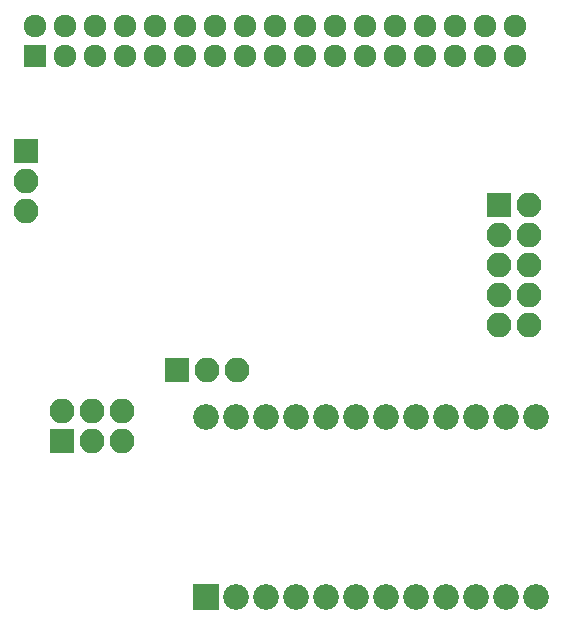
<source format=gbs>
G04 #@! TF.FileFunction,Soldermask,Bot*
%FSLAX46Y46*%
G04 Gerber Fmt 4.6, Leading zero omitted, Abs format (unit mm)*
G04 Created by KiCad (PCBNEW 4.0.6) date 08/19/17 01:45:56*
%MOMM*%
%LPD*%
G01*
G04 APERTURE LIST*
%ADD10C,0.100000*%
%ADD11R,2.100000X2.100000*%
%ADD12O,2.100000X2.100000*%
%ADD13R,1.924000X1.924000*%
%ADD14C,1.924000*%
%ADD15C,2.178000*%
%ADD16R,2.178000X2.178000*%
G04 APERTURE END LIST*
D10*
D11*
X94670000Y-51200000D03*
D12*
X97210000Y-51200000D03*
X94670000Y-53740000D03*
X97210000Y-53740000D03*
X94670000Y-56280000D03*
X97210000Y-56280000D03*
X94670000Y-58820000D03*
X97210000Y-58820000D03*
X94670000Y-61360000D03*
X97210000Y-61360000D03*
D13*
X55380000Y-38650000D03*
D14*
X55380000Y-36110000D03*
X57920000Y-38650000D03*
X57920000Y-36110000D03*
X60460000Y-38650000D03*
X60460000Y-36110000D03*
X63000000Y-38650000D03*
X63000000Y-36110000D03*
X65540000Y-38650000D03*
X65540000Y-36110000D03*
X68080000Y-38650000D03*
X68080000Y-36110000D03*
X70620000Y-38650000D03*
X70620000Y-36110000D03*
X73160000Y-38650000D03*
X73160000Y-36110000D03*
X75700000Y-38650000D03*
X75700000Y-36110000D03*
X78240000Y-38650000D03*
X78240000Y-36110000D03*
X80780000Y-38650000D03*
X80780000Y-36110000D03*
X83320000Y-38650000D03*
X83320000Y-36110000D03*
X85860000Y-38650000D03*
X85860000Y-36110000D03*
X88400000Y-38650000D03*
X88400000Y-36110000D03*
X90940000Y-38650000D03*
X90940000Y-36110000D03*
X93480000Y-38650000D03*
X93480000Y-36110000D03*
X96020000Y-38650000D03*
X96020000Y-36110000D03*
D15*
X69830000Y-69200000D03*
D16*
X69830000Y-84440000D03*
D15*
X72370000Y-69200000D03*
X72370000Y-84440000D03*
X74910000Y-69200000D03*
X74910000Y-84440000D03*
X77450000Y-69200000D03*
X77450000Y-84440000D03*
X79990000Y-69200000D03*
X79990000Y-84440000D03*
X82530000Y-69200000D03*
X82530000Y-84440000D03*
X85070000Y-69200000D03*
X85070000Y-84440000D03*
X87610000Y-69200000D03*
X87610000Y-84440000D03*
X90150000Y-69200000D03*
X90150000Y-84440000D03*
X92690000Y-69200000D03*
X92690000Y-84440000D03*
X95230000Y-69200000D03*
X95230000Y-84440000D03*
X97770000Y-69200000D03*
X97770000Y-84440000D03*
D11*
X54580000Y-46640000D03*
D12*
X54580000Y-49180000D03*
X54580000Y-51720000D03*
D11*
X67420000Y-65200000D03*
D12*
X69960000Y-65200000D03*
X72500000Y-65200000D03*
D11*
X57670000Y-71210000D03*
D12*
X57670000Y-68670000D03*
X60210000Y-71210000D03*
X60210000Y-68670000D03*
X62750000Y-71210000D03*
X62750000Y-68670000D03*
M02*

</source>
